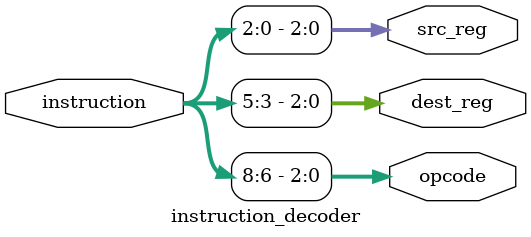
<source format=v>

module instruction_decoder (
    input wire [8:0] instruction,   // 9-bit instruction input
    output wire [2:0] opcode,       // bits [8:6] - ALU operation
    output wire [2:0] dest_reg,     // bits [5:3] - destination register
    output wire [2:0] src_reg       // bits [2:0] - source register
);

    // Extract the opcode (top 3 bits)
    assign opcode = instruction[8:6];

    // Extract the destination register (middle 3 bits)
    assign dest_reg = instruction[5:3];

    // Extract the source register (lowest 3 bits)
    assign src_reg = instruction[2:0];

endmodule

</source>
